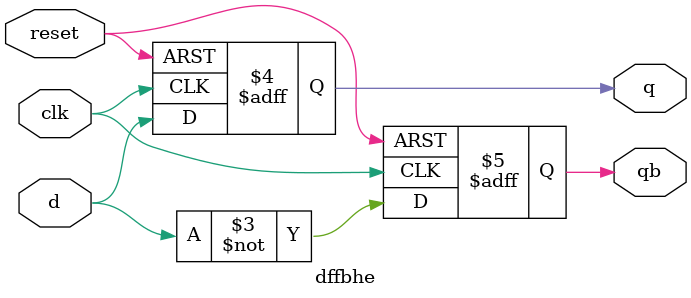
<source format=v>

module dffbhe(input clk,reset,d,output reg q,qb );
 always@(negedge clk or posedge reset)
    begin
        if(reset == 1)
            begin
            //when reeset is HIGH or 1, then output will be 0, independent of input or clock
                q<=0;
                qb<=1;
            end
        else
            begin
                q<=d;
                qb<=~d;
            end
    end
endmodule

</source>
